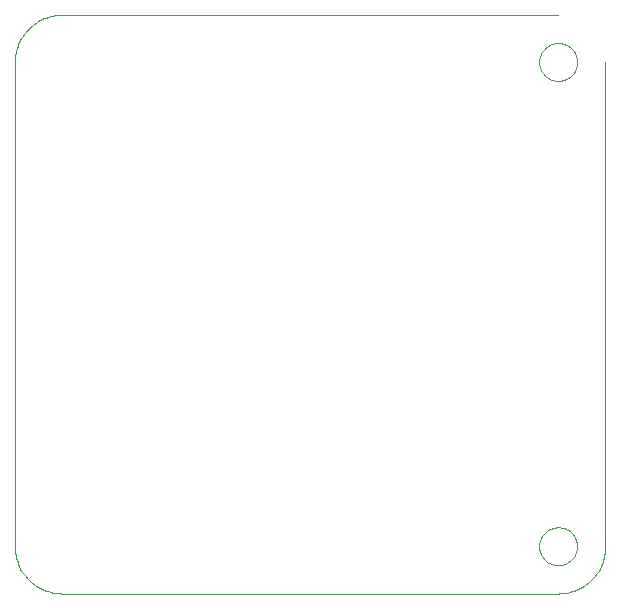
<source format=gm1>
G75*
G70*
%OFA0B0*%
%FSLAX24Y24*%
%IPPOS*%
%LPD*%
%AMOC8*
5,1,8,0,0,1.08239X$1,22.5*
%
%ADD10C,0.0000*%
D10*
X005418Y002075D02*
X005418Y018217D01*
X005420Y018294D01*
X005426Y018371D01*
X005435Y018448D01*
X005448Y018524D01*
X005465Y018600D01*
X005486Y018674D01*
X005510Y018748D01*
X005538Y018820D01*
X005569Y018890D01*
X005604Y018959D01*
X005642Y019027D01*
X005683Y019092D01*
X005728Y019155D01*
X005776Y019216D01*
X005826Y019275D01*
X005879Y019331D01*
X005935Y019384D01*
X005994Y019434D01*
X006055Y019482D01*
X006118Y019527D01*
X006183Y019568D01*
X006251Y019606D01*
X006320Y019641D01*
X006390Y019672D01*
X006462Y019700D01*
X006536Y019724D01*
X006610Y019745D01*
X006686Y019762D01*
X006762Y019775D01*
X006839Y019784D01*
X006916Y019790D01*
X006993Y019792D01*
X006993Y019791D02*
X023528Y019791D01*
X022898Y018217D02*
X022900Y018267D01*
X022906Y018317D01*
X022916Y018366D01*
X022930Y018414D01*
X022947Y018461D01*
X022968Y018506D01*
X022993Y018550D01*
X023021Y018591D01*
X023053Y018630D01*
X023087Y018667D01*
X023124Y018701D01*
X023164Y018731D01*
X023206Y018758D01*
X023250Y018782D01*
X023296Y018803D01*
X023343Y018819D01*
X023391Y018832D01*
X023441Y018841D01*
X023490Y018846D01*
X023541Y018847D01*
X023591Y018844D01*
X023640Y018837D01*
X023689Y018826D01*
X023737Y018811D01*
X023783Y018793D01*
X023828Y018771D01*
X023871Y018745D01*
X023912Y018716D01*
X023951Y018684D01*
X023987Y018649D01*
X024019Y018611D01*
X024049Y018571D01*
X024076Y018528D01*
X024099Y018484D01*
X024118Y018438D01*
X024134Y018390D01*
X024146Y018341D01*
X024154Y018292D01*
X024158Y018242D01*
X024158Y018192D01*
X024154Y018142D01*
X024146Y018093D01*
X024134Y018044D01*
X024118Y017996D01*
X024099Y017950D01*
X024076Y017906D01*
X024049Y017863D01*
X024019Y017823D01*
X023987Y017785D01*
X023951Y017750D01*
X023912Y017718D01*
X023871Y017689D01*
X023828Y017663D01*
X023783Y017641D01*
X023737Y017623D01*
X023689Y017608D01*
X023640Y017597D01*
X023591Y017590D01*
X023541Y017587D01*
X023490Y017588D01*
X023441Y017593D01*
X023391Y017602D01*
X023343Y017615D01*
X023296Y017631D01*
X023250Y017652D01*
X023206Y017676D01*
X023164Y017703D01*
X023124Y017733D01*
X023087Y017767D01*
X023053Y017804D01*
X023021Y017843D01*
X022993Y017884D01*
X022968Y017928D01*
X022947Y017973D01*
X022930Y018020D01*
X022916Y018068D01*
X022906Y018117D01*
X022900Y018167D01*
X022898Y018217D01*
X025103Y018217D02*
X025103Y002075D01*
X022898Y002075D02*
X022900Y002125D01*
X022906Y002175D01*
X022916Y002224D01*
X022930Y002272D01*
X022947Y002319D01*
X022968Y002364D01*
X022993Y002408D01*
X023021Y002449D01*
X023053Y002488D01*
X023087Y002525D01*
X023124Y002559D01*
X023164Y002589D01*
X023206Y002616D01*
X023250Y002640D01*
X023296Y002661D01*
X023343Y002677D01*
X023391Y002690D01*
X023441Y002699D01*
X023490Y002704D01*
X023541Y002705D01*
X023591Y002702D01*
X023640Y002695D01*
X023689Y002684D01*
X023737Y002669D01*
X023783Y002651D01*
X023828Y002629D01*
X023871Y002603D01*
X023912Y002574D01*
X023951Y002542D01*
X023987Y002507D01*
X024019Y002469D01*
X024049Y002429D01*
X024076Y002386D01*
X024099Y002342D01*
X024118Y002296D01*
X024134Y002248D01*
X024146Y002199D01*
X024154Y002150D01*
X024158Y002100D01*
X024158Y002050D01*
X024154Y002000D01*
X024146Y001951D01*
X024134Y001902D01*
X024118Y001854D01*
X024099Y001808D01*
X024076Y001764D01*
X024049Y001721D01*
X024019Y001681D01*
X023987Y001643D01*
X023951Y001608D01*
X023912Y001576D01*
X023871Y001547D01*
X023828Y001521D01*
X023783Y001499D01*
X023737Y001481D01*
X023689Y001466D01*
X023640Y001455D01*
X023591Y001448D01*
X023541Y001445D01*
X023490Y001446D01*
X023441Y001451D01*
X023391Y001460D01*
X023343Y001473D01*
X023296Y001489D01*
X023250Y001510D01*
X023206Y001534D01*
X023164Y001561D01*
X023124Y001591D01*
X023087Y001625D01*
X023053Y001662D01*
X023021Y001701D01*
X022993Y001742D01*
X022968Y001786D01*
X022947Y001831D01*
X022930Y001878D01*
X022916Y001926D01*
X022906Y001975D01*
X022900Y002025D01*
X022898Y002075D01*
X023528Y000500D02*
X023605Y000502D01*
X023682Y000508D01*
X023759Y000517D01*
X023835Y000530D01*
X023911Y000547D01*
X023985Y000568D01*
X024059Y000592D01*
X024131Y000620D01*
X024201Y000651D01*
X024270Y000686D01*
X024338Y000724D01*
X024403Y000765D01*
X024466Y000810D01*
X024527Y000858D01*
X024586Y000908D01*
X024642Y000961D01*
X024695Y001017D01*
X024745Y001076D01*
X024793Y001137D01*
X024838Y001200D01*
X024879Y001265D01*
X024917Y001333D01*
X024952Y001402D01*
X024983Y001472D01*
X025011Y001544D01*
X025035Y001618D01*
X025056Y001692D01*
X025073Y001768D01*
X025086Y001844D01*
X025095Y001921D01*
X025101Y001998D01*
X025103Y002075D01*
X023528Y000500D02*
X006993Y000500D01*
X006916Y000502D01*
X006839Y000508D01*
X006762Y000517D01*
X006686Y000530D01*
X006610Y000547D01*
X006536Y000568D01*
X006462Y000592D01*
X006390Y000620D01*
X006320Y000651D01*
X006251Y000686D01*
X006183Y000724D01*
X006118Y000765D01*
X006055Y000810D01*
X005994Y000858D01*
X005935Y000908D01*
X005879Y000961D01*
X005826Y001017D01*
X005776Y001076D01*
X005728Y001137D01*
X005683Y001200D01*
X005642Y001265D01*
X005604Y001333D01*
X005569Y001402D01*
X005538Y001472D01*
X005510Y001544D01*
X005486Y001618D01*
X005465Y001692D01*
X005448Y001768D01*
X005435Y001844D01*
X005426Y001921D01*
X005420Y001998D01*
X005418Y002075D01*
M02*

</source>
